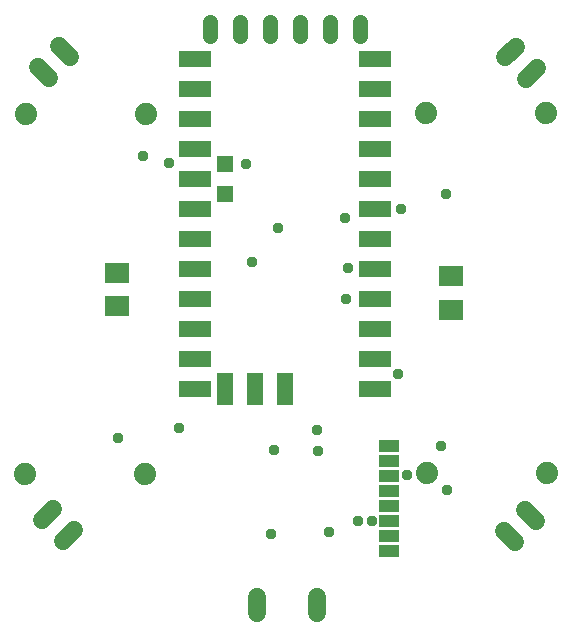
<source format=gbs>
G04 EAGLE Gerber X2 export*
%TF.Part,Single*%
%TF.FileFunction,Soldermask,Bot,1*%
%TF.FilePolarity,Negative*%
%TF.GenerationSoftware,Autodesk,EAGLE,9.0.1*%
%TF.CreationDate,2018-06-02T06:43:15Z*%
G75*
%MOMM*%
%FSLAX34Y34*%
%LPD*%
%AMOC8*
5,1,8,0,0,1.08239X$1,22.5*%
G01*
%ADD10C,1.879600*%
%ADD11C,1.511200*%
%ADD12R,2.743200X1.473200*%
%ADD13R,1.473200X2.743200*%
%ADD14R,1.473200X1.473200*%
%ADD15C,1.311200*%
%ADD16R,1.703200X1.103200*%
%ADD17C,1.524000*%
%ADD18R,2.006200X1.803200*%
%ADD19C,0.959600*%


D10*
X131000Y433600D03*
X29400Y433600D03*
X368000Y434400D03*
X469600Y434400D03*
X369000Y129400D03*
X470600Y129400D03*
X129800Y128800D03*
X28200Y128800D03*
D11*
X452647Y463663D02*
X461896Y472912D01*
X443936Y490873D02*
X434687Y481624D01*
X52257Y99301D02*
X43008Y90052D01*
X60968Y72092D02*
X70217Y81341D01*
X48377Y463882D02*
X39128Y473131D01*
X57088Y491091D02*
X66337Y481842D01*
D12*
X324800Y480300D03*
X324800Y454900D03*
X324800Y429500D03*
X324800Y404100D03*
X324800Y378700D03*
X324800Y353300D03*
X324800Y327900D03*
X324800Y302500D03*
X324800Y277100D03*
X324800Y251700D03*
X324800Y226300D03*
X324800Y200900D03*
X172400Y480300D03*
X172400Y454900D03*
X172400Y429500D03*
X172400Y404100D03*
X172400Y378700D03*
X172400Y353300D03*
X172400Y327900D03*
X172400Y302500D03*
X172400Y277100D03*
X172400Y251700D03*
X172400Y226300D03*
X172400Y200900D03*
D13*
X197800Y200900D03*
X223200Y200900D03*
X248600Y200900D03*
D14*
X197800Y391400D03*
X197800Y366000D03*
D15*
X312100Y500160D02*
X312100Y511240D01*
X286700Y511240D02*
X286700Y500160D01*
X261300Y500160D02*
X261300Y511240D01*
X235900Y511240D02*
X235900Y500160D01*
X210500Y500160D02*
X210500Y511240D01*
X185100Y511240D02*
X185100Y500160D01*
D11*
X452017Y98715D02*
X461266Y89466D01*
X443306Y71505D02*
X434057Y80754D01*
D16*
X337000Y153000D03*
X337000Y140300D03*
X337000Y127600D03*
X337000Y114900D03*
X337000Y102200D03*
X337000Y89500D03*
X337000Y76800D03*
X337000Y64100D03*
D17*
X275800Y24604D02*
X275800Y11396D01*
X225000Y11396D02*
X225000Y24604D01*
D18*
X389500Y296220D03*
X389500Y267780D03*
X106500Y270780D03*
X106500Y299220D03*
D19*
X384500Y366000D03*
X150500Y392000D03*
X346500Y353000D03*
X351500Y128000D03*
X299500Y346000D03*
X385500Y115000D03*
X107500Y159000D03*
X285500Y80000D03*
X158500Y168000D03*
X239500Y149000D03*
X276500Y148000D03*
X310500Y89000D03*
X275500Y166000D03*
X322500Y89000D03*
X242500Y337000D03*
X215500Y391000D03*
X220500Y308000D03*
X380500Y153000D03*
X128500Y398000D03*
X301500Y303000D03*
X300500Y277000D03*
X344500Y214000D03*
X236500Y78000D03*
M02*

</source>
